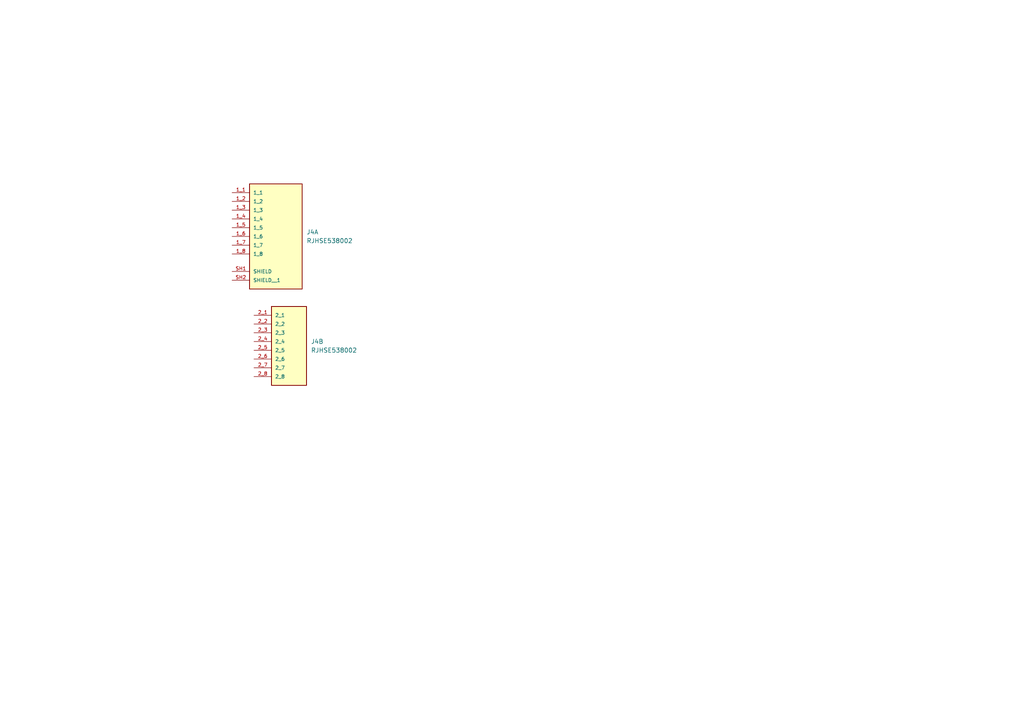
<source format=kicad_sch>
(kicad_sch (version 20250114) (generator "eeschema") (generator_version "9.0")
  (paper "A4")
  (lib_symbols
    (symbol "0-lib:RJHSE538002" (pin_names (offset 1.016))
      (property "Reference" "J" (at -7.62 13.335 0))
      (property "Value" "RJHSE538002" (at -7.62 -20.32 0))
      (symbol "RJHSE538002_1_0"
        (rectangle (start -7.62 -17.78) (end 7.62 12.7) (stroke (width 0.254)) (fill (type background)))
        (pin passive line (at -12.7 10.16 0) (length 5.08) (name "1_1") (number "1_1"))
        (pin passive line (at -12.7 7.62 0) (length 5.08) (name "1_2") (number "1_2"))
        (pin passive line (at -12.7 5.08 0) (length 5.08) (name "1_3") (number "1_3"))
        (pin passive line (at -12.7 2.54 0) (length 5.08) (name "1_4") (number "1_4"))
        (pin passive line (at -12.7 0 0) (length 5.08) (name "1_5") (number "1_5"))
        (pin passive line (at -12.7 -2.54 0) (length 5.08) (name "1_6") (number "1_6"))
        (pin passive line (at -12.7 -5.08 0) (length 5.08) (name "1_7") (number "1_7"))
        (pin passive line (at -12.7 -7.62 0) (length 5.08) (name "1_8") (number "1_8"))
        (pin passive line (at -12.7 -12.7 0) (length 5.08) (name "SHIELD") (number "SH1"))
        (pin passive line (at -12.7 -15.24 0) (length 5.08) (name "SHIELD__1") (number "SH2"))
      )
      (symbol "RJHSE538002_2_0"
        (rectangle (start -5.08 -12.7) (end 5.08 10.16) (stroke (width 0.254)) (fill (type background)))
        (pin passive line (at -10.16 7.62 0) (length 5.08) (name "2_1") (number "2_1"))
        (pin passive line (at -10.16 5.08 0) (length 5.08) (name "2_2") (number "2_2"))
        (pin passive line (at -10.16 2.54 0) (length 5.08) (name "2_3") (number "2_3"))
        (pin passive line (at -10.16 0 0) (length 5.08) (name "2_4") (number "2_4"))
        (pin passive line (at -10.16 -2.54 0) (length 5.08) (name "2_5") (number "2_5"))
        (pin passive line (at -10.16 -5.08 0) (length 5.08) (name "2_6") (number "2_6"))
        (pin passive line (at -10.16 -7.62 0) (length 5.08) (name "2_7") (number "2_7"))
        (pin passive line (at -10.16 -10.16 0) (length 5.08) (name "2_8") (number "2_8"))
      )
    )
  )
  (symbol (lib_id "0-lib:RJHSE538002") (at 83.82 99.06 0) (unit 2)
    (property "Reference" "J4" (at 90.17 99.0599 0) (effects (justify left)))
    (property "Value" "RJHSE538002" (at 90.17 101.5999 0) (effects (justify left)))
    (property "Footprint" "0_lib:AMPHENOL_RJHSE538002" (effects (hide yes)))
    (property "PARTREV" "A" (effects (hide yes)))
    (property "STANDARD" "Manufacturer Recommendations" (effects (hide yes)))
    (property "MAXIMUM_PACKAGE_HEIGHT" "15.06 mm" (effects (hide yes)))
    (property "MANUFACTURER" "Amphenol" (effects (hide yes)))
  )
  (symbol (lib_id "0-lib:RJHSE538002") (at 80.01 66.04 0) (unit 1)
    (property "Reference" "J4" (at 88.9 67.3099 0) (effects (justify left)))
    (property "Value" "RJHSE538002" (at 88.9 69.8499 0) (effects (justify left)))
    (property "Footprint" "0_lib:AMPHENOL_RJHSE538002" (effects (hide yes)))
    (property "PARTREV" "A" (effects (hide yes)))
    (property "STANDARD" "Manufacturer Recommendations" (effects (hide yes)))
    (property "MAXIMUM_PACKAGE_HEIGHT" "15.06 mm" (effects (hide yes)))
    (property "MANUFACTURER" "Amphenol" (effects (hide yes)))
  )
)
</source>
